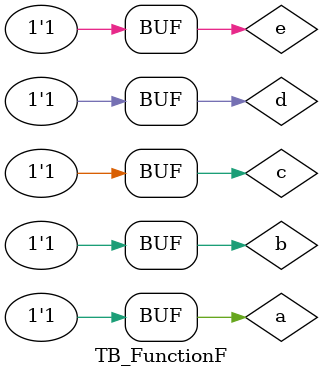
<source format=sv>
`timescale 1ns / 1ps
module TB_FunctionF;
    reg a,b,c,d,e;
    wire f;
FunctionF uut(.a(a), .b(b), .c(c), .d(d), .e(e), .f(f));

initial begin
#100 a=0; b=0; c=0; d=0; e=0;
#100 a=0; b=0; c=0; d=0; e=1;
#100 a=0; b=0; c=0; d=1; e=0;
#100 a=0; b=0; c=0; d=1; e=1;
#100 a=0; b=0; c=1; d=0; e=0;
#100 a=0; b=0; c=1; d=0; e=1;
#100 a=0; b=0; c=1; d=1; e=0;
#100 a=0; b=0; c=1; d=1; e=1;

#100 a=0; b=1; c=0; d=0; e=0;
#100 a=0; b=1; c=0; d=0; e=1;
#100 a=0; b=1; c=0; d=1; e=0;
#100 a=0; b=1; c=0; d=1; e=1;
#100 a=0; b=1; c=1; d=0; e=0;
#100 a=0; b=1; c=1; d=0; e=1;
#100 a=0; b=1; c=1; d=1; e=0;
#100 a=0; b=1; c=1; d=1; e=1;

#100 a=1; b=0; c=0; d=0; e=0;
#100 a=1; b=0; c=0; d=0; e=1;
#100 a=1; b=0; c=0; d=1; e=0;
#100 a=1; b=0; c=0; d=1; e=1;
#100 a=1; b=0; c=1; d=0; e=0;
#100 a=1; b=0; c=1; d=0; e=1;
#100 a=1; b=0; c=1; d=1; e=0;
#100 a=1; b=0; c=1; d=1; e=1;

#100 a=1; b=1; c=0; d=0; e=0;
#100 a=1; b=1; c=0; d=0; e=1;
#100 a=1; b=1; c=0; d=1; e=0;
#100 a=1; b=1; c=0; d=1; e=1;
#100 a=1; b=1; c=1; d=0; e=0;
#100 a=1; b=1; c=1; d=0; e=1;
#100 a=1; b=1; c=1; d=1; e=0;
#100 a=1; b=1; c=1; d=1; e=1;

end
endmodule

</source>
